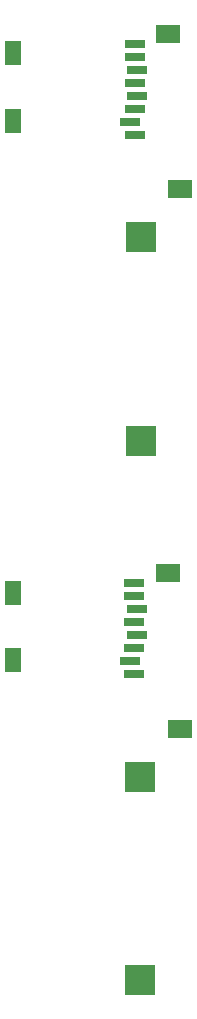
<source format=gbp>
G04 Layer_Color=128*
%FSTAX24Y24*%
%MOIN*%
G70*
G01*
G75*
%ADD36R,0.0984X0.0984*%
%ADD37R,0.0709X0.0315*%
%ADD38R,0.0787X0.0630*%
%ADD39R,0.0551X0.0787*%
D36*
X044126Y048132D02*
D03*
Y054904D02*
D03*
X04411Y036924D02*
D03*
Y030152D02*
D03*
D37*
X043925Y058323D02*
D03*
Y061354D02*
D03*
Y060921D02*
D03*
X044004Y060488D02*
D03*
X043925Y060055D02*
D03*
X044004Y059622D02*
D03*
X043768Y058756D02*
D03*
X043925Y059189D02*
D03*
X043909Y041209D02*
D03*
X043752Y040776D02*
D03*
X043988Y041642D02*
D03*
X043909Y042075D02*
D03*
X043988Y042508D02*
D03*
X043909Y042941D02*
D03*
Y043374D02*
D03*
Y040343D02*
D03*
D38*
X045047Y061693D02*
D03*
X045441Y056508D02*
D03*
X045425Y038528D02*
D03*
X045031Y043713D02*
D03*
D39*
X039882Y058791D02*
D03*
Y061035D02*
D03*
X039866Y043055D02*
D03*
Y040811D02*
D03*
M02*

</source>
